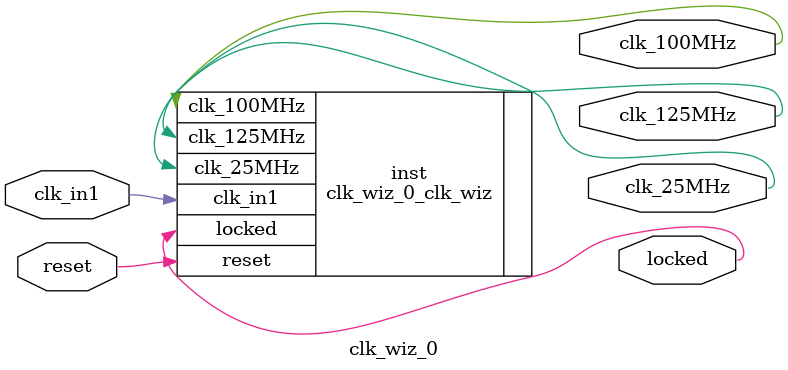
<source format=v>


`timescale 1ps/1ps

(* CORE_GENERATION_INFO = "clk_wiz_0,clk_wiz_v6_0_11_0_0,{component_name=clk_wiz_0,use_phase_alignment=true,use_min_o_jitter=false,use_max_i_jitter=false,use_dyn_phase_shift=false,use_inclk_switchover=false,use_dyn_reconfig=false,enable_axi=0,feedback_source=FDBK_AUTO,PRIMITIVE=MMCM,num_out_clk=3,clkin1_period=20.000,clkin2_period=10.0,use_power_down=false,use_reset=true,use_locked=true,use_inclk_stopped=false,feedback_type=SINGLE,CLOCK_MGR_TYPE=NA,manual_override=false}" *)

module clk_wiz_0 
 (
  // Clock out ports
  output        clk_100MHz,
  output        clk_25MHz,
  output        clk_125MHz,
  // Status and control signals
  input         reset,
  output        locked,
 // Clock in ports
  input         clk_in1
 );

  clk_wiz_0_clk_wiz inst
  (
  // Clock out ports  
  .clk_100MHz(clk_100MHz),
  .clk_25MHz(clk_25MHz),
  .clk_125MHz(clk_125MHz),
  // Status and control signals               
  .reset(reset), 
  .locked(locked),
 // Clock in ports
  .clk_in1(clk_in1)
  );

endmodule

</source>
